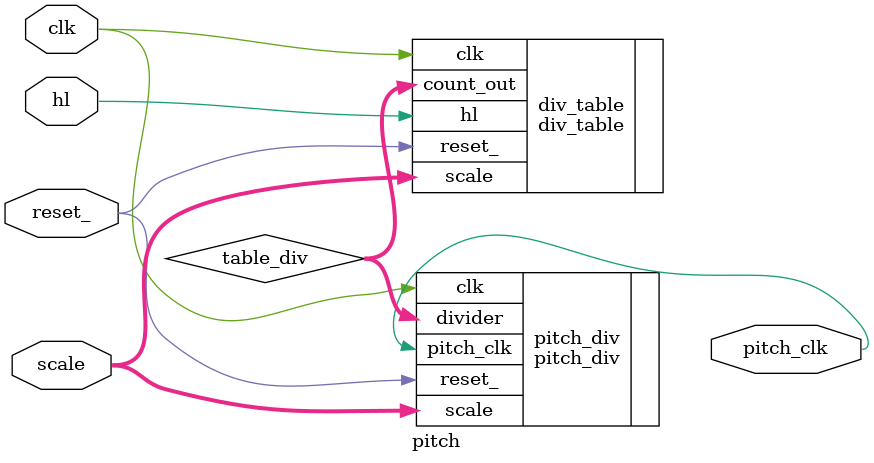
<source format=v>
`timescale 1ns/1ns

module pitch(
    input [5:0]scale,
    input clk,
    input reset_,
    input hl,
    output pitch_clk
);
wire [20:0] table_div;

div_table div_table(.clk(clk),.reset_(reset_),.scale(scale),.count_out(table_div),.hl(hl));
pitch_div pitch_div(.divider(table_div),.clk(clk),.scale(scale),.pitch_clk(pitch_clk),.reset_(reset_));

endmodule
</source>
